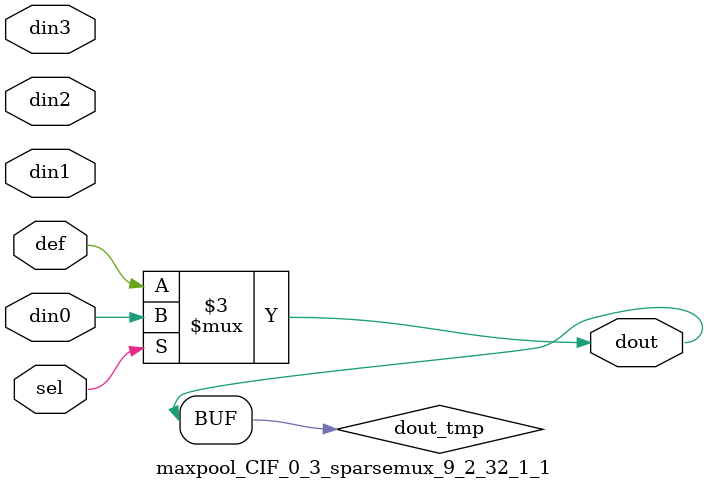
<source format=v>
`timescale 1ns / 1ps

module maxpool_CIF_0_3_sparsemux_9_2_32_1_1 (din0,din1,din2,din3,def,sel,dout);

parameter din0_WIDTH = 1;

parameter din1_WIDTH = 1;

parameter din2_WIDTH = 1;

parameter din3_WIDTH = 1;

parameter def_WIDTH = 1;
parameter sel_WIDTH = 1;
parameter dout_WIDTH = 1;

parameter [sel_WIDTH-1:0] CASE0 = 1;

parameter [sel_WIDTH-1:0] CASE1 = 1;

parameter [sel_WIDTH-1:0] CASE2 = 1;

parameter [sel_WIDTH-1:0] CASE3 = 1;

parameter ID = 1;
parameter NUM_STAGE = 1;



input [din0_WIDTH-1:0] din0;

input [din1_WIDTH-1:0] din1;

input [din2_WIDTH-1:0] din2;

input [din3_WIDTH-1:0] din3;

input [def_WIDTH-1:0] def;
input [sel_WIDTH-1:0] sel;

output [dout_WIDTH-1:0] dout;



reg [dout_WIDTH-1:0] dout_tmp;

always @ (*) begin
case (sel)
    
    CASE0 : dout_tmp = din0;
    
    CASE1 : dout_tmp = din1;
    
    CASE2 : dout_tmp = din2;
    
    CASE3 : dout_tmp = din3;
    
    default : dout_tmp = def;
endcase
end


assign dout = dout_tmp;



endmodule

</source>
